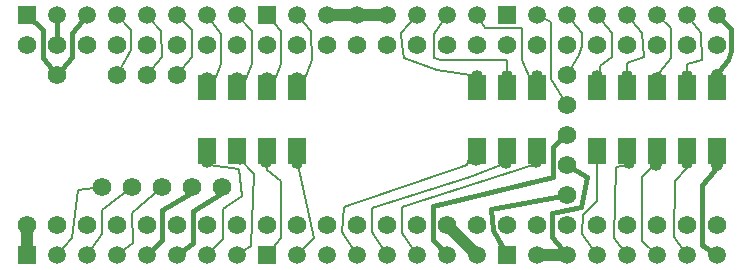
<source format=gbl>
G04 DipTrace 3.0.0.2*
G04 Teensy-TC36-Breakout-chip.gbl*
%MOIN*%
G04 #@! TF.FileFunction,Copper,L2,Bot*
G04 #@! TF.Part,Single*
%AMOUTLINE0*
4,1,4,
0.03,0.025,
-0.03,0.025,
-0.03,-0.06,
0.03,-0.06,
0.03,0.025,
0*%
%AMOUTLINE1*
4,1,4,
0.03,-0.025,
-0.03,-0.025,
-0.03,0.06,
0.03,0.06,
0.03,-0.025,
0*%
G04 #@! TA.AperFunction,ViaPad*
%ADD13C,0.04*%
G04 #@! TA.AperFunction,Conductor*
%ADD14C,0.015*%
%ADD15C,0.008*%
G04 #@! TA.AperFunction,ComponentPad*
%ADD16R,0.059055X0.059055*%
%ADD17C,0.059055*%
%ADD19C,0.06194*%
%ADD34OUTLINE0*%
%ADD35OUTLINE1*%
%FSLAX26Y26*%
G04*
G70*
G90*
G75*
G01*
G04 Bottom*
%LPD*%
X1853701Y548701D2*
D13*
X1953701Y448701D1*
X2253701D2*
D14*
X2203701Y508701D1*
Y588701D1*
X2298701Y608701D1*
X2318701Y708701D1*
X2253701Y748701D1*
X2153701Y448701D2*
D13*
X2253701D1*
X2753701Y1048701D2*
D14*
X2767570Y1009739D1*
X2753701Y998701D1*
Y1248701D2*
X2801267Y1201135D1*
Y1126844D1*
X2790491Y1096491D1*
X2729725Y1022677D1*
X2753701Y986201D1*
Y1048701D2*
D13*
Y986201D1*
X853701Y1048701D2*
D15*
X903701Y1108701D1*
X898701Y1193701D1*
X863701Y1233701D1*
X858701Y1253701D1*
X843701D1*
X853701Y1248701D1*
X953701Y1048701D2*
X1003701Y1108701D1*
Y1198701D1*
X953701Y1248701D1*
X553701Y1148701D2*
D14*
Y1248701D1*
X753701Y1048701D2*
D15*
X800870Y1130402D1*
Y1198760D1*
X753701Y1248701D1*
X1553701Y448701D2*
X1503701Y523701D1*
X1508701Y608701D1*
X1918701Y748701D1*
X1927631Y771026D1*
X1935597Y790942D1*
X1953701Y811201D1*
Y783701D1*
X1927631Y771026D1*
X1948701Y763701D2*
X1935597Y790942D1*
X2048701Y753701D2*
X1928701Y708701D1*
X1603701Y603701D1*
Y523545D1*
X1653701Y448701D1*
X1753701D2*
X1702045Y520243D1*
Y606391D1*
X2138701Y748701D1*
X2139150Y751315D1*
X2142054Y768257D1*
X2153701Y811201D1*
Y778701D1*
X2142054Y768257D1*
X2148701Y758701D2*
X2139150Y751315D1*
X2353701Y448701D2*
X2302373Y518113D1*
X2307311Y582311D1*
X2353701Y628701D1*
Y777941D1*
Y811201D1*
X2653701Y986201D2*
Y1018701D1*
Y1083701D1*
X2703701Y1098701D1*
X2698701Y1188701D1*
X2653701Y1248701D1*
Y1043701D2*
Y1018701D1*
X2553701Y1248701D2*
X2598701Y1203701D1*
Y1103701D1*
X2550122Y1041496D1*
X2539610Y1028036D1*
X2553701Y986201D1*
Y1038701D2*
X2550122Y1041496D1*
X2453701Y986201D2*
Y1018701D1*
Y1088701D1*
X2508701Y1108701D1*
X2503701Y1188701D1*
X2453701Y1248701D1*
Y1043701D2*
Y1018701D1*
X2353701Y986201D2*
Y998701D1*
X2357714Y1008360D1*
X2360310Y1038860D1*
X2363701Y1078701D1*
X2403701Y1108701D1*
Y1188701D1*
X2353701Y1248701D1*
Y986201D2*
Y1013701D1*
X2360310Y1038860D1*
X2353701Y1043701D2*
X2357714D1*
Y1008360D1*
X2153701Y986201D2*
X2137082Y1001918D1*
X2125860Y1043877D1*
X2103701Y1098166D1*
Y1203701D1*
X1979801D1*
X1953701Y1248701D1*
X2153701Y986201D2*
Y1018701D1*
X2125860Y1043877D1*
X2153701Y1043701D2*
X2137082Y1001918D1*
X1853701Y1248701D2*
X1808701Y1183701D1*
Y1103701D1*
X1833701Y1098701D1*
X2053701D1*
Y1043701D1*
Y986201D1*
X1753701Y1248701D2*
X1698701Y1188701D1*
X1703701Y1148701D1*
X1708701Y1103701D1*
X1818701Y1063701D1*
X1953701Y1043701D1*
Y986201D1*
X1353701D2*
X1370562Y1007570D1*
X1377709Y1027225D1*
X1403701Y1098701D1*
X1398701Y1193701D1*
X1353701Y1248701D1*
Y986201D2*
Y1018701D1*
X1377709Y1027225D1*
X1353701Y1038701D2*
X1370562Y1007570D1*
X1253701Y986201D2*
X1270693Y1007458D1*
X1276836Y1024180D1*
X1298701Y1083701D1*
Y1193701D1*
X1253701Y1248701D1*
Y986201D2*
Y1018701D1*
X1276836Y1024180D1*
X1253701Y1038701D2*
X1270693Y1007458D1*
X1153701Y986201D2*
X1170320Y1001918D1*
X1178820Y1022744D1*
X1180862Y1027747D1*
X1203701Y1083701D1*
Y1193701D1*
X1153701Y1248701D1*
Y986201D2*
Y997625D1*
X1178820Y1022744D1*
X1153701Y986201D2*
Y1018701D1*
X1180862Y1027747D1*
X1153701Y1038701D2*
X1170320Y1001918D1*
X1053701Y986201D2*
X1069075Y1003054D1*
X1076807Y1024103D1*
X1077196Y1025159D1*
X1098701Y1083701D1*
Y1183701D1*
X1053701Y1248701D1*
Y986201D2*
Y998701D1*
X1076807Y1024103D1*
X1053701Y986201D2*
Y1018701D1*
X1077196Y1025159D1*
X1053701Y1038701D2*
X1069075Y1003054D1*
X753701Y448701D2*
X806456Y489149D1*
X801456Y589149D1*
X899452Y669452D1*
X903701Y673701D1*
X653701Y448701D2*
X703701Y518701D1*
Y598701D1*
X803701Y673701D1*
X2553701Y448701D2*
X2502801Y493701D1*
Y706890D1*
X2529433Y733523D1*
X2553221Y781458D1*
X2564760Y804714D1*
X2553701Y811201D1*
Y778701D1*
X2529433Y733523D1*
X2548701Y748701D2*
X2553221Y781458D1*
X2653701Y448701D2*
X2608701Y508701D1*
X2613701Y693701D1*
X2653701Y738701D1*
X2638210Y788759D1*
X2653701Y811201D1*
Y738701D1*
Y753701D2*
X2638210Y788759D1*
X1253701Y448701D2*
X1298701Y503701D1*
Y693767D1*
X1251727Y729547D1*
Y758610D1*
X1253701D1*
Y811201D1*
X1248701Y758701D2*
X1251727Y758610D1*
X1353701Y448701D2*
X1408701Y503701D1*
X1356138Y748870D1*
X1351736Y788483D1*
X1351138Y793870D1*
X1346457Y780079D1*
X1381004D1*
X1353701Y811201D1*
Y793701D1*
X1373059Y776469D1*
X1351138Y793870D1*
X1353701Y811201D2*
X1373059Y776469D1*
X1353701Y811201D2*
Y778701D1*
X1346457Y780079D1*
X1353701Y753701D2*
X1351736D1*
Y788483D1*
X1163701Y768701D2*
X1208701Y718701D1*
X1198701Y478701D1*
X1153701Y448701D1*
X1053701D2*
X1107168Y502168D1*
Y600983D1*
X1168694Y645487D1*
X1159377Y733608D1*
X1058062Y747597D1*
X1063502Y768320D1*
X1065378Y777200D1*
X1068865Y793701D1*
Y808320D1*
X1053701Y811201D1*
Y793701D1*
X1068865D1*
X1053701Y811201D2*
Y788877D1*
X1065378Y777200D1*
X1053701Y758701D2*
X1058062D1*
Y747597D1*
X553701Y448701D2*
X603701Y503701D1*
X623701Y663701D1*
X703701Y673701D1*
X853701Y448701D2*
D14*
X903701Y498701D1*
Y597273D1*
X999837Y652931D1*
X1003701Y673701D1*
X953701Y448701D2*
X1004983Y487219D1*
Y592722D1*
X1103701Y653327D1*
Y673701D1*
X453701Y548701D2*
D13*
Y448701D1*
X1453701Y1248701D2*
X1553701D1*
X1653701D1*
X1853701Y448701D2*
D14*
X1805631Y496771D1*
Y610168D1*
X2206904Y707428D1*
Y808393D1*
X2238858Y840347D1*
X2253701Y848701D1*
X2753701Y448701D2*
X2704423Y480559D1*
Y681498D1*
X2743701Y728701D1*
X2738701Y773701D1*
X2753701Y811201D1*
Y748701D2*
D13*
Y811201D1*
X2453701Y448701D2*
D15*
X2408701Y503701D1*
X2417563Y742015D1*
X2452423Y748146D1*
X2463982Y779966D1*
X2480962Y826714D1*
X2453701Y811201D1*
Y778701D1*
X2452423Y748146D1*
X2458701Y753701D2*
X2463982Y779966D1*
X2253701Y948701D2*
X2198701Y1033701D1*
Y1223701D1*
X2153701Y1248701D1*
X2253701Y1048701D2*
X2293701Y1113701D1*
X2303701Y1143701D1*
Y1188701D1*
X2253701Y1248701D1*
X2053701Y448701D2*
D14*
X2005343Y530719D1*
X2000343Y600719D1*
X2253701Y648701D1*
X553701Y1048701D2*
X505214Y1103683D1*
Y1197188D1*
X453701Y1248701D1*
X553701Y1048701D2*
X603701Y1108701D1*
Y1188701D1*
X653701Y1248701D1*
D13*
X2353701Y777941D3*
X1053701Y1038701D3*
X1153701D3*
X1253701D3*
X1353701D3*
Y753701D3*
X1248701Y758701D3*
X1053701D3*
X2153701Y1043701D3*
X2353701D3*
X2453701D3*
X2653701D3*
X2753701Y1048701D3*
Y748701D3*
X2653701Y753701D3*
X2548701Y748701D3*
X2458701Y753701D3*
X2148701Y758701D3*
X1948701Y763701D3*
X2553701Y1038701D3*
X1163701Y768701D3*
X2053701Y1043701D3*
X1953701D3*
X2048701Y753701D3*
D16*
X453701Y448701D3*
D17*
X553701D3*
X653701D3*
X753701D3*
X853701D3*
X953701D3*
X1053701D3*
X1153701D3*
D16*
X1253701D3*
D17*
X1353701D3*
X1453701D3*
X1553701D3*
X1653701D3*
X1753701D3*
X1853701D3*
X1953701D3*
D16*
X2053701D3*
D17*
X2153701D3*
X2253701D3*
X2353701D3*
X2453701D3*
X2553701D3*
X2653701D3*
X2753701D3*
D16*
X453701Y1248701D3*
D17*
X553701D3*
X653701D3*
X753701D3*
X853701D3*
X953701D3*
X1053701D3*
X1153701D3*
D16*
X1253701D3*
D17*
X1353701D3*
X1453701D3*
X1553701D3*
X1653701D3*
X1753701D3*
X1853701D3*
X1953701D3*
D16*
X2053701D3*
D17*
X2153701D3*
X2253701D3*
X2353701D3*
X2453701D3*
X2553701D3*
X2653701D3*
X2753701D3*
D19*
X453701Y548701D3*
X553701D3*
X653701D3*
X753701D3*
X853701D3*
X953701D3*
X1053701D3*
X1153701D3*
X1253701D3*
X1353701D3*
X1453701D3*
X1553701D3*
X1653701D3*
X1753701D3*
X2253701Y648701D3*
Y748701D3*
Y848701D3*
Y948701D3*
X2053701Y1148701D3*
X1753701D3*
X1653701D3*
X1553701D3*
X1453701D3*
X1353701D3*
X1253701D3*
X1153701D3*
X1053701D3*
X953701D3*
X853701D3*
X753701D3*
X653701D3*
X553701D3*
X453701D3*
X553701Y1048701D3*
X753701D3*
X853701D3*
X953701D3*
X2353701Y548701D3*
X2453701D3*
X2253701D3*
X2153701D3*
X2053701D3*
X1953701D3*
X2553701D3*
X2653701D3*
X2753701D3*
Y1148701D3*
X1853701Y548701D3*
X2653701Y1148701D3*
X1853701D3*
X2553701D3*
X2353701D3*
X2253701D3*
X2153701D3*
X2453701D3*
X1953701D3*
X2253701Y1048701D3*
D34*
X2753701Y811201D3*
X2653701D3*
X2553701D3*
D35*
X2753701Y986201D3*
X2653701D3*
X2553701D3*
X2453701D3*
X2353701D3*
D34*
X2453701Y811201D3*
X2353701D3*
X2153701D3*
X2053701D3*
X1953701D3*
D35*
X2153701Y986201D3*
X2053701D3*
X1953701D3*
D34*
X1353701Y811201D3*
X1253701D3*
X1153701D3*
D35*
X1353701Y986201D3*
X1253701D3*
X1153701D3*
X1053701D3*
D34*
Y811201D3*
D19*
X703701Y673701D3*
X803701D3*
X903701D3*
X1003701D3*
X1103701D3*
M02*

</source>
